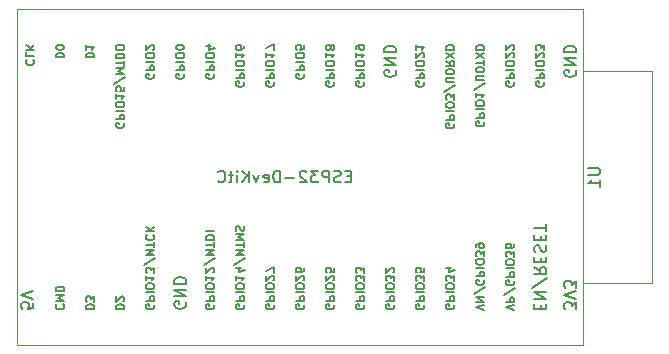
<source format=gbr>
%TF.GenerationSoftware,KiCad,Pcbnew,(6.0.1)*%
%TF.CreationDate,2023-01-12T08:56:13+01:00*%
%TF.ProjectId,MacroPad,4d616372-6f50-4616-942e-6b696361645f,rev?*%
%TF.SameCoordinates,Original*%
%TF.FileFunction,Legend,Bot*%
%TF.FilePolarity,Positive*%
%FSLAX46Y46*%
G04 Gerber Fmt 4.6, Leading zero omitted, Abs format (unit mm)*
G04 Created by KiCad (PCBNEW (6.0.1)) date 2023-01-12 08:56:13*
%MOMM*%
%LPD*%
G01*
G04 APERTURE LIST*
%ADD10C,0.150000*%
%ADD11C,0.120000*%
G04 APERTURE END LIST*
D10*
%TO.C,U1*%
X141455820Y-62238095D02*
X142265344Y-62238095D01*
X142360582Y-62285714D01*
X142408201Y-62333333D01*
X142455820Y-62428571D01*
X142455820Y-62619047D01*
X142408201Y-62714285D01*
X142360582Y-62761904D01*
X142265344Y-62809523D01*
X141455820Y-62809523D01*
X142455820Y-63809523D02*
X142455820Y-63238095D01*
X142455820Y-63523809D02*
X141455820Y-63523809D01*
X141598678Y-63428571D01*
X141693916Y-63333333D01*
X141741535Y-63238095D01*
X121368678Y-62928571D02*
X121035344Y-62928571D01*
X120892487Y-63452380D02*
X121368678Y-63452380D01*
X121368678Y-62452380D01*
X120892487Y-62452380D01*
X120511535Y-63404761D02*
X120368678Y-63452380D01*
X120130582Y-63452380D01*
X120035344Y-63404761D01*
X119987725Y-63357142D01*
X119940106Y-63261904D01*
X119940106Y-63166666D01*
X119987725Y-63071428D01*
X120035344Y-63023809D01*
X120130582Y-62976190D01*
X120321059Y-62928571D01*
X120416297Y-62880952D01*
X120463916Y-62833333D01*
X120511535Y-62738095D01*
X120511535Y-62642857D01*
X120463916Y-62547619D01*
X120416297Y-62500000D01*
X120321059Y-62452380D01*
X120082963Y-62452380D01*
X119940106Y-62500000D01*
X119511535Y-63452380D02*
X119511535Y-62452380D01*
X119130582Y-62452380D01*
X119035344Y-62500000D01*
X118987725Y-62547619D01*
X118940106Y-62642857D01*
X118940106Y-62785714D01*
X118987725Y-62880952D01*
X119035344Y-62928571D01*
X119130582Y-62976190D01*
X119511535Y-62976190D01*
X118606773Y-62452380D02*
X117987725Y-62452380D01*
X118321059Y-62833333D01*
X118178201Y-62833333D01*
X118082963Y-62880952D01*
X118035344Y-62928571D01*
X117987725Y-63023809D01*
X117987725Y-63261904D01*
X118035344Y-63357142D01*
X118082963Y-63404761D01*
X118178201Y-63452380D01*
X118463916Y-63452380D01*
X118559154Y-63404761D01*
X118606773Y-63357142D01*
X117606773Y-62547619D02*
X117559154Y-62500000D01*
X117463916Y-62452380D01*
X117225820Y-62452380D01*
X117130582Y-62500000D01*
X117082963Y-62547619D01*
X117035344Y-62642857D01*
X117035344Y-62738095D01*
X117082963Y-62880952D01*
X117654392Y-63452380D01*
X117035344Y-63452380D01*
X116606773Y-63071428D02*
X115844868Y-63071428D01*
X115368678Y-63452380D02*
X115368678Y-62452380D01*
X115130582Y-62452380D01*
X114987725Y-62500000D01*
X114892487Y-62595238D01*
X114844868Y-62690476D01*
X114797249Y-62880952D01*
X114797249Y-63023809D01*
X114844868Y-63214285D01*
X114892487Y-63309523D01*
X114987725Y-63404761D01*
X115130582Y-63452380D01*
X115368678Y-63452380D01*
X113987725Y-63404761D02*
X114082963Y-63452380D01*
X114273440Y-63452380D01*
X114368678Y-63404761D01*
X114416297Y-63309523D01*
X114416297Y-62928571D01*
X114368678Y-62833333D01*
X114273440Y-62785714D01*
X114082963Y-62785714D01*
X113987725Y-62833333D01*
X113940106Y-62928571D01*
X113940106Y-63023809D01*
X114416297Y-63119047D01*
X113606773Y-62785714D02*
X113368678Y-63452380D01*
X113130582Y-62785714D01*
X112749630Y-63452380D02*
X112749630Y-62452380D01*
X112178201Y-63452380D02*
X112606773Y-62880952D01*
X112178201Y-62452380D02*
X112749630Y-63023809D01*
X111749630Y-63452380D02*
X111749630Y-62785714D01*
X111749630Y-62452380D02*
X111797249Y-62500000D01*
X111749630Y-62547619D01*
X111702011Y-62500000D01*
X111749630Y-62452380D01*
X111749630Y-62547619D01*
X111416297Y-62785714D02*
X111035344Y-62785714D01*
X111273440Y-62452380D02*
X111273440Y-63309523D01*
X111225820Y-63404761D01*
X111130582Y-63452380D01*
X111035344Y-63452380D01*
X110130582Y-63357142D02*
X110178201Y-63404761D01*
X110321059Y-63452380D01*
X110416297Y-63452380D01*
X110559154Y-63404761D01*
X110654392Y-63309523D01*
X110702011Y-63214285D01*
X110749630Y-63023809D01*
X110749630Y-62880952D01*
X110702011Y-62690476D01*
X110654392Y-62595238D01*
X110559154Y-62500000D01*
X110416297Y-62452380D01*
X110321059Y-62452380D01*
X110178201Y-62500000D01*
X110130582Y-62547619D01*
X135173440Y-54934166D02*
X135206773Y-55000833D01*
X135206773Y-55100833D01*
X135173440Y-55200833D01*
X135106773Y-55267500D01*
X135040106Y-55300833D01*
X134906773Y-55334166D01*
X134806773Y-55334166D01*
X134673440Y-55300833D01*
X134606773Y-55267500D01*
X134540106Y-55200833D01*
X134506773Y-55100833D01*
X134506773Y-55034166D01*
X134540106Y-54934166D01*
X134573440Y-54900833D01*
X134806773Y-54900833D01*
X134806773Y-55034166D01*
X134506773Y-54600833D02*
X135206773Y-54600833D01*
X135206773Y-54334166D01*
X135173440Y-54267500D01*
X135140106Y-54234166D01*
X135073440Y-54200833D01*
X134973440Y-54200833D01*
X134906773Y-54234166D01*
X134873440Y-54267500D01*
X134840106Y-54334166D01*
X134840106Y-54600833D01*
X134506773Y-53900833D02*
X135206773Y-53900833D01*
X135206773Y-53434166D02*
X135206773Y-53300833D01*
X135173440Y-53234166D01*
X135106773Y-53167500D01*
X134973440Y-53134166D01*
X134740106Y-53134166D01*
X134606773Y-53167500D01*
X134540106Y-53234166D01*
X134506773Y-53300833D01*
X134506773Y-53434166D01*
X134540106Y-53500833D01*
X134606773Y-53567500D01*
X134740106Y-53600833D01*
X134973440Y-53600833D01*
X135106773Y-53567500D01*
X135173440Y-53500833D01*
X135206773Y-53434166D01*
X135140106Y-52867500D02*
X135173440Y-52834166D01*
X135206773Y-52767500D01*
X135206773Y-52600833D01*
X135173440Y-52534166D01*
X135140106Y-52500833D01*
X135073440Y-52467500D01*
X135006773Y-52467500D01*
X134906773Y-52500833D01*
X134506773Y-52900833D01*
X134506773Y-52467500D01*
X135140106Y-52200833D02*
X135173440Y-52167500D01*
X135206773Y-52100833D01*
X135206773Y-51934166D01*
X135173440Y-51867500D01*
X135140106Y-51834166D01*
X135073440Y-51800833D01*
X135006773Y-51800833D01*
X134906773Y-51834166D01*
X134506773Y-52234166D01*
X134506773Y-51800833D01*
X137437588Y-74196894D02*
X137437588Y-73863560D01*
X136913779Y-73720703D02*
X136913779Y-74196894D01*
X137913779Y-74196894D01*
X137913779Y-73720703D01*
X136913779Y-73292132D02*
X137913779Y-73292132D01*
X136913779Y-72720703D01*
X137913779Y-72720703D01*
X137961398Y-71530227D02*
X136675683Y-72387370D01*
X136913779Y-70625465D02*
X137389969Y-70958799D01*
X136913779Y-71196894D02*
X137913779Y-71196894D01*
X137913779Y-70815941D01*
X137866160Y-70720703D01*
X137818540Y-70673084D01*
X137723302Y-70625465D01*
X137580445Y-70625465D01*
X137485207Y-70673084D01*
X137437588Y-70720703D01*
X137389969Y-70815941D01*
X137389969Y-71196894D01*
X137437588Y-70196894D02*
X137437588Y-69863560D01*
X136913779Y-69720703D02*
X136913779Y-70196894D01*
X137913779Y-70196894D01*
X137913779Y-69720703D01*
X136961398Y-69339751D02*
X136913779Y-69196894D01*
X136913779Y-68958799D01*
X136961398Y-68863560D01*
X137009017Y-68815941D01*
X137104255Y-68768322D01*
X137199493Y-68768322D01*
X137294731Y-68815941D01*
X137342350Y-68863560D01*
X137389969Y-68958799D01*
X137437588Y-69149275D01*
X137485207Y-69244513D01*
X137532826Y-69292132D01*
X137628064Y-69339751D01*
X137723302Y-69339751D01*
X137818540Y-69292132D01*
X137866160Y-69244513D01*
X137913779Y-69149275D01*
X137913779Y-68911180D01*
X137866160Y-68768322D01*
X137437588Y-68339751D02*
X137437588Y-68006418D01*
X136913779Y-67863560D02*
X136913779Y-68339751D01*
X137913779Y-68339751D01*
X137913779Y-67863560D01*
X137913779Y-67577846D02*
X137913779Y-67006418D01*
X136913779Y-67292132D02*
X137913779Y-67292132D01*
X132633440Y-58300833D02*
X132666773Y-58367500D01*
X132666773Y-58467500D01*
X132633440Y-58567500D01*
X132566773Y-58634166D01*
X132500106Y-58667500D01*
X132366773Y-58700833D01*
X132266773Y-58700833D01*
X132133440Y-58667500D01*
X132066773Y-58634166D01*
X132000106Y-58567500D01*
X131966773Y-58467500D01*
X131966773Y-58400833D01*
X132000106Y-58300833D01*
X132033440Y-58267500D01*
X132266773Y-58267500D01*
X132266773Y-58400833D01*
X131966773Y-57967500D02*
X132666773Y-57967500D01*
X132666773Y-57700833D01*
X132633440Y-57634166D01*
X132600106Y-57600833D01*
X132533440Y-57567500D01*
X132433440Y-57567500D01*
X132366773Y-57600833D01*
X132333440Y-57634166D01*
X132300106Y-57700833D01*
X132300106Y-57967500D01*
X131966773Y-57267500D02*
X132666773Y-57267500D01*
X132666773Y-56800833D02*
X132666773Y-56667500D01*
X132633440Y-56600833D01*
X132566773Y-56534166D01*
X132433440Y-56500833D01*
X132200106Y-56500833D01*
X132066773Y-56534166D01*
X132000106Y-56600833D01*
X131966773Y-56667500D01*
X131966773Y-56800833D01*
X132000106Y-56867500D01*
X132066773Y-56934166D01*
X132200106Y-56967500D01*
X132433440Y-56967500D01*
X132566773Y-56934166D01*
X132633440Y-56867500D01*
X132666773Y-56800833D01*
X131966773Y-55834166D02*
X131966773Y-56234166D01*
X131966773Y-56034166D02*
X132666773Y-56034166D01*
X132566773Y-56100833D01*
X132500106Y-56167500D01*
X132466773Y-56234166D01*
X132700106Y-55034166D02*
X131800106Y-55634166D01*
X132666773Y-54800833D02*
X132100106Y-54800833D01*
X132033440Y-54767500D01*
X132000106Y-54734166D01*
X131966773Y-54667500D01*
X131966773Y-54534166D01*
X132000106Y-54467500D01*
X132033440Y-54434166D01*
X132100106Y-54400833D01*
X132666773Y-54400833D01*
X132666773Y-53934166D02*
X132666773Y-53867500D01*
X132633440Y-53800833D01*
X132600106Y-53767500D01*
X132533440Y-53734166D01*
X132400106Y-53700833D01*
X132233440Y-53700833D01*
X132100106Y-53734166D01*
X132033440Y-53767500D01*
X132000106Y-53800833D01*
X131966773Y-53867500D01*
X131966773Y-53934166D01*
X132000106Y-54000833D01*
X132033440Y-54034166D01*
X132100106Y-54067500D01*
X132233440Y-54100833D01*
X132400106Y-54100833D01*
X132533440Y-54067500D01*
X132600106Y-54034166D01*
X132633440Y-54000833D01*
X132666773Y-53934166D01*
X132666773Y-53500833D02*
X132666773Y-53100833D01*
X131966773Y-53300833D02*
X132666773Y-53300833D01*
X132666773Y-52934166D02*
X131966773Y-52467500D01*
X132666773Y-52467500D02*
X131966773Y-52934166D01*
X131966773Y-52200833D02*
X132666773Y-52200833D01*
X132666773Y-52034166D01*
X132633440Y-51934166D01*
X132566773Y-51867500D01*
X132500106Y-51834166D01*
X132366773Y-51800833D01*
X132266773Y-51800833D01*
X132133440Y-51834166D01*
X132066773Y-51867500D01*
X132000106Y-51934166D01*
X131966773Y-52034166D01*
X131966773Y-52200833D01*
X117393440Y-54267500D02*
X117426773Y-54334166D01*
X117426773Y-54434166D01*
X117393440Y-54534166D01*
X117326773Y-54600833D01*
X117260106Y-54634166D01*
X117126773Y-54667500D01*
X117026773Y-54667500D01*
X116893440Y-54634166D01*
X116826773Y-54600833D01*
X116760106Y-54534166D01*
X116726773Y-54434166D01*
X116726773Y-54367500D01*
X116760106Y-54267500D01*
X116793440Y-54234166D01*
X117026773Y-54234166D01*
X117026773Y-54367500D01*
X116726773Y-53934166D02*
X117426773Y-53934166D01*
X117426773Y-53667500D01*
X117393440Y-53600833D01*
X117360106Y-53567500D01*
X117293440Y-53534166D01*
X117193440Y-53534166D01*
X117126773Y-53567500D01*
X117093440Y-53600833D01*
X117060106Y-53667500D01*
X117060106Y-53934166D01*
X116726773Y-53234166D02*
X117426773Y-53234166D01*
X117426773Y-52767500D02*
X117426773Y-52634166D01*
X117393440Y-52567500D01*
X117326773Y-52500833D01*
X117193440Y-52467500D01*
X116960106Y-52467500D01*
X116826773Y-52500833D01*
X116760106Y-52567500D01*
X116726773Y-52634166D01*
X116726773Y-52767500D01*
X116760106Y-52834166D01*
X116826773Y-52900833D01*
X116960106Y-52934166D01*
X117193440Y-52934166D01*
X117326773Y-52900833D01*
X117393440Y-52834166D01*
X117426773Y-52767500D01*
X117426773Y-51834166D02*
X117426773Y-52167500D01*
X117093440Y-52200833D01*
X117126773Y-52167500D01*
X117160106Y-52100833D01*
X117160106Y-51934166D01*
X117126773Y-51867500D01*
X117093440Y-51834166D01*
X117026773Y-51800833D01*
X116860106Y-51800833D01*
X116793440Y-51834166D01*
X116760106Y-51867500D01*
X116726773Y-51934166D01*
X116726773Y-52100833D01*
X116760106Y-52167500D01*
X116793440Y-52200833D01*
X127553440Y-54934166D02*
X127586773Y-55000833D01*
X127586773Y-55100833D01*
X127553440Y-55200833D01*
X127486773Y-55267500D01*
X127420106Y-55300833D01*
X127286773Y-55334166D01*
X127186773Y-55334166D01*
X127053440Y-55300833D01*
X126986773Y-55267500D01*
X126920106Y-55200833D01*
X126886773Y-55100833D01*
X126886773Y-55034166D01*
X126920106Y-54934166D01*
X126953440Y-54900833D01*
X127186773Y-54900833D01*
X127186773Y-55034166D01*
X126886773Y-54600833D02*
X127586773Y-54600833D01*
X127586773Y-54334166D01*
X127553440Y-54267500D01*
X127520106Y-54234166D01*
X127453440Y-54200833D01*
X127353440Y-54200833D01*
X127286773Y-54234166D01*
X127253440Y-54267500D01*
X127220106Y-54334166D01*
X127220106Y-54600833D01*
X126886773Y-53900833D02*
X127586773Y-53900833D01*
X127586773Y-53434166D02*
X127586773Y-53300833D01*
X127553440Y-53234166D01*
X127486773Y-53167500D01*
X127353440Y-53134166D01*
X127120106Y-53134166D01*
X126986773Y-53167500D01*
X126920106Y-53234166D01*
X126886773Y-53300833D01*
X126886773Y-53434166D01*
X126920106Y-53500833D01*
X126986773Y-53567500D01*
X127120106Y-53600833D01*
X127353440Y-53600833D01*
X127486773Y-53567500D01*
X127553440Y-53500833D01*
X127586773Y-53434166D01*
X127520106Y-52867500D02*
X127553440Y-52834166D01*
X127586773Y-52767500D01*
X127586773Y-52600833D01*
X127553440Y-52534166D01*
X127520106Y-52500833D01*
X127453440Y-52467500D01*
X127386773Y-52467500D01*
X127286773Y-52500833D01*
X126886773Y-52900833D01*
X126886773Y-52467500D01*
X126886773Y-51800833D02*
X126886773Y-52200833D01*
X126886773Y-52000833D02*
X127586773Y-52000833D01*
X127486773Y-52067500D01*
X127420106Y-52134166D01*
X127386773Y-52200833D01*
X102153440Y-58434166D02*
X102186773Y-58500833D01*
X102186773Y-58600833D01*
X102153440Y-58700833D01*
X102086773Y-58767500D01*
X102020106Y-58800833D01*
X101886773Y-58834166D01*
X101786773Y-58834166D01*
X101653440Y-58800833D01*
X101586773Y-58767500D01*
X101520106Y-58700833D01*
X101486773Y-58600833D01*
X101486773Y-58534166D01*
X101520106Y-58434166D01*
X101553440Y-58400833D01*
X101786773Y-58400833D01*
X101786773Y-58534166D01*
X101486773Y-58100833D02*
X102186773Y-58100833D01*
X102186773Y-57834166D01*
X102153440Y-57767500D01*
X102120106Y-57734166D01*
X102053440Y-57700833D01*
X101953440Y-57700833D01*
X101886773Y-57734166D01*
X101853440Y-57767500D01*
X101820106Y-57834166D01*
X101820106Y-58100833D01*
X101486773Y-57400833D02*
X102186773Y-57400833D01*
X102186773Y-56934166D02*
X102186773Y-56800833D01*
X102153440Y-56734166D01*
X102086773Y-56667500D01*
X101953440Y-56634166D01*
X101720106Y-56634166D01*
X101586773Y-56667500D01*
X101520106Y-56734166D01*
X101486773Y-56800833D01*
X101486773Y-56934166D01*
X101520106Y-57000833D01*
X101586773Y-57067500D01*
X101720106Y-57100833D01*
X101953440Y-57100833D01*
X102086773Y-57067500D01*
X102153440Y-57000833D01*
X102186773Y-56934166D01*
X101486773Y-55967500D02*
X101486773Y-56367500D01*
X101486773Y-56167500D02*
X102186773Y-56167500D01*
X102086773Y-56234166D01*
X102020106Y-56300833D01*
X101986773Y-56367500D01*
X102186773Y-55334166D02*
X102186773Y-55667500D01*
X101853440Y-55700833D01*
X101886773Y-55667500D01*
X101920106Y-55600833D01*
X101920106Y-55434166D01*
X101886773Y-55367500D01*
X101853440Y-55334166D01*
X101786773Y-55300833D01*
X101620106Y-55300833D01*
X101553440Y-55334166D01*
X101520106Y-55367500D01*
X101486773Y-55434166D01*
X101486773Y-55600833D01*
X101520106Y-55667500D01*
X101553440Y-55700833D01*
X102220106Y-54500833D02*
X101320106Y-55100833D01*
X101486773Y-54267500D02*
X102186773Y-54267500D01*
X101686773Y-54034166D01*
X102186773Y-53800833D01*
X101486773Y-53800833D01*
X102186773Y-53567500D02*
X102186773Y-53167500D01*
X101486773Y-53367500D02*
X102186773Y-53367500D01*
X101486773Y-52934166D02*
X102186773Y-52934166D01*
X102186773Y-52767500D01*
X102153440Y-52667500D01*
X102086773Y-52600833D01*
X102020106Y-52567500D01*
X101886773Y-52534166D01*
X101786773Y-52534166D01*
X101653440Y-52567500D01*
X101586773Y-52600833D01*
X101520106Y-52667500D01*
X101486773Y-52767500D01*
X101486773Y-52934166D01*
X102186773Y-52100833D02*
X102186773Y-51967500D01*
X102153440Y-51900833D01*
X102086773Y-51834166D01*
X101953440Y-51800833D01*
X101720106Y-51800833D01*
X101586773Y-51834166D01*
X101520106Y-51900833D01*
X101486773Y-51967500D01*
X101486773Y-52100833D01*
X101520106Y-52167500D01*
X101586773Y-52234166D01*
X101720106Y-52267500D01*
X101953440Y-52267500D01*
X102086773Y-52234166D01*
X102153440Y-52167500D01*
X102186773Y-52100833D01*
X107233440Y-54267500D02*
X107266773Y-54334166D01*
X107266773Y-54434166D01*
X107233440Y-54534166D01*
X107166773Y-54600833D01*
X107100106Y-54634166D01*
X106966773Y-54667500D01*
X106866773Y-54667500D01*
X106733440Y-54634166D01*
X106666773Y-54600833D01*
X106600106Y-54534166D01*
X106566773Y-54434166D01*
X106566773Y-54367500D01*
X106600106Y-54267500D01*
X106633440Y-54234166D01*
X106866773Y-54234166D01*
X106866773Y-54367500D01*
X106566773Y-53934166D02*
X107266773Y-53934166D01*
X107266773Y-53667500D01*
X107233440Y-53600833D01*
X107200106Y-53567500D01*
X107133440Y-53534166D01*
X107033440Y-53534166D01*
X106966773Y-53567500D01*
X106933440Y-53600833D01*
X106900106Y-53667500D01*
X106900106Y-53934166D01*
X106566773Y-53234166D02*
X107266773Y-53234166D01*
X107266773Y-52767500D02*
X107266773Y-52634166D01*
X107233440Y-52567500D01*
X107166773Y-52500833D01*
X107033440Y-52467500D01*
X106800106Y-52467500D01*
X106666773Y-52500833D01*
X106600106Y-52567500D01*
X106566773Y-52634166D01*
X106566773Y-52767500D01*
X106600106Y-52834166D01*
X106666773Y-52900833D01*
X106800106Y-52934166D01*
X107033440Y-52934166D01*
X107166773Y-52900833D01*
X107233440Y-52834166D01*
X107266773Y-52767500D01*
X107266773Y-52034166D02*
X107266773Y-51967500D01*
X107233440Y-51900833D01*
X107200106Y-51867500D01*
X107133440Y-51834166D01*
X107000106Y-51800833D01*
X106833440Y-51800833D01*
X106700106Y-51834166D01*
X106633440Y-51867500D01*
X106600106Y-51900833D01*
X106566773Y-51967500D01*
X106566773Y-52034166D01*
X106600106Y-52100833D01*
X106633440Y-52134166D01*
X106700106Y-52167500D01*
X106833440Y-52200833D01*
X107000106Y-52200833D01*
X107133440Y-52167500D01*
X107200106Y-52134166D01*
X107233440Y-52100833D01*
X107266773Y-52034166D01*
X125163440Y-53953214D02*
X125211059Y-54048452D01*
X125211059Y-54191309D01*
X125163440Y-54334166D01*
X125068201Y-54429404D01*
X124972963Y-54477023D01*
X124782487Y-54524642D01*
X124639630Y-54524642D01*
X124449154Y-54477023D01*
X124353916Y-54429404D01*
X124258678Y-54334166D01*
X124211059Y-54191309D01*
X124211059Y-54096071D01*
X124258678Y-53953214D01*
X124306297Y-53905595D01*
X124639630Y-53905595D01*
X124639630Y-54096071D01*
X124211059Y-53477023D02*
X125211059Y-53477023D01*
X124211059Y-52905595D01*
X125211059Y-52905595D01*
X124211059Y-52429404D02*
X125211059Y-52429404D01*
X125211059Y-52191309D01*
X125163440Y-52048452D01*
X125068201Y-51953214D01*
X124972963Y-51905595D01*
X124782487Y-51857976D01*
X124639630Y-51857976D01*
X124449154Y-51905595D01*
X124353916Y-51953214D01*
X124258678Y-52048452D01*
X124211059Y-52191309D01*
X124211059Y-52429404D01*
X119933440Y-73799166D02*
X119966773Y-73865833D01*
X119966773Y-73965833D01*
X119933440Y-74065833D01*
X119866773Y-74132500D01*
X119800106Y-74165833D01*
X119666773Y-74199166D01*
X119566773Y-74199166D01*
X119433440Y-74165833D01*
X119366773Y-74132500D01*
X119300106Y-74065833D01*
X119266773Y-73965833D01*
X119266773Y-73899166D01*
X119300106Y-73799166D01*
X119333440Y-73765833D01*
X119566773Y-73765833D01*
X119566773Y-73899166D01*
X119266773Y-73465833D02*
X119966773Y-73465833D01*
X119966773Y-73199166D01*
X119933440Y-73132500D01*
X119900106Y-73099166D01*
X119833440Y-73065833D01*
X119733440Y-73065833D01*
X119666773Y-73099166D01*
X119633440Y-73132500D01*
X119600106Y-73199166D01*
X119600106Y-73465833D01*
X119266773Y-72765833D02*
X119966773Y-72765833D01*
X119966773Y-72299166D02*
X119966773Y-72165833D01*
X119933440Y-72099166D01*
X119866773Y-72032500D01*
X119733440Y-71999166D01*
X119500106Y-71999166D01*
X119366773Y-72032500D01*
X119300106Y-72099166D01*
X119266773Y-72165833D01*
X119266773Y-72299166D01*
X119300106Y-72365833D01*
X119366773Y-72432500D01*
X119500106Y-72465833D01*
X119733440Y-72465833D01*
X119866773Y-72432500D01*
X119933440Y-72365833D01*
X119966773Y-72299166D01*
X119900106Y-71732500D02*
X119933440Y-71699166D01*
X119966773Y-71632500D01*
X119966773Y-71465833D01*
X119933440Y-71399166D01*
X119900106Y-71365833D01*
X119833440Y-71332500D01*
X119766773Y-71332500D01*
X119666773Y-71365833D01*
X119266773Y-71765833D01*
X119266773Y-71332500D01*
X119966773Y-70699166D02*
X119966773Y-71032500D01*
X119633440Y-71065833D01*
X119666773Y-71032500D01*
X119700106Y-70965833D01*
X119700106Y-70799166D01*
X119666773Y-70732500D01*
X119633440Y-70699166D01*
X119566773Y-70665833D01*
X119400106Y-70665833D01*
X119333440Y-70699166D01*
X119300106Y-70732500D01*
X119266773Y-70799166D01*
X119266773Y-70965833D01*
X119300106Y-71032500D01*
X119333440Y-71065833D01*
X130093440Y-58467500D02*
X130126773Y-58534166D01*
X130126773Y-58634166D01*
X130093440Y-58734166D01*
X130026773Y-58800833D01*
X129960106Y-58834166D01*
X129826773Y-58867500D01*
X129726773Y-58867500D01*
X129593440Y-58834166D01*
X129526773Y-58800833D01*
X129460106Y-58734166D01*
X129426773Y-58634166D01*
X129426773Y-58567500D01*
X129460106Y-58467500D01*
X129493440Y-58434166D01*
X129726773Y-58434166D01*
X129726773Y-58567500D01*
X129426773Y-58134166D02*
X130126773Y-58134166D01*
X130126773Y-57867500D01*
X130093440Y-57800833D01*
X130060106Y-57767500D01*
X129993440Y-57734166D01*
X129893440Y-57734166D01*
X129826773Y-57767500D01*
X129793440Y-57800833D01*
X129760106Y-57867500D01*
X129760106Y-58134166D01*
X129426773Y-57434166D02*
X130126773Y-57434166D01*
X130126773Y-56967500D02*
X130126773Y-56834166D01*
X130093440Y-56767500D01*
X130026773Y-56700833D01*
X129893440Y-56667500D01*
X129660106Y-56667500D01*
X129526773Y-56700833D01*
X129460106Y-56767500D01*
X129426773Y-56834166D01*
X129426773Y-56967500D01*
X129460106Y-57034166D01*
X129526773Y-57100833D01*
X129660106Y-57134166D01*
X129893440Y-57134166D01*
X130026773Y-57100833D01*
X130093440Y-57034166D01*
X130126773Y-56967500D01*
X130126773Y-56434166D02*
X130126773Y-56000833D01*
X129860106Y-56234166D01*
X129860106Y-56134166D01*
X129826773Y-56067500D01*
X129793440Y-56034166D01*
X129726773Y-56000833D01*
X129560106Y-56000833D01*
X129493440Y-56034166D01*
X129460106Y-56067500D01*
X129426773Y-56134166D01*
X129426773Y-56334166D01*
X129460106Y-56400833D01*
X129493440Y-56434166D01*
X130160106Y-55200833D02*
X129260106Y-55800833D01*
X130126773Y-54967500D02*
X129560106Y-54967500D01*
X129493440Y-54934166D01*
X129460106Y-54900833D01*
X129426773Y-54834166D01*
X129426773Y-54700833D01*
X129460106Y-54634166D01*
X129493440Y-54600833D01*
X129560106Y-54567500D01*
X130126773Y-54567500D01*
X130126773Y-54100833D02*
X130126773Y-54034166D01*
X130093440Y-53967500D01*
X130060106Y-53934166D01*
X129993440Y-53900833D01*
X129860106Y-53867500D01*
X129693440Y-53867500D01*
X129560106Y-53900833D01*
X129493440Y-53934166D01*
X129460106Y-53967500D01*
X129426773Y-54034166D01*
X129426773Y-54100833D01*
X129460106Y-54167500D01*
X129493440Y-54200833D01*
X129560106Y-54234166D01*
X129693440Y-54267500D01*
X129860106Y-54267500D01*
X129993440Y-54234166D01*
X130060106Y-54200833D01*
X130093440Y-54167500D01*
X130126773Y-54100833D01*
X129426773Y-53167500D02*
X129760106Y-53400833D01*
X129426773Y-53567500D02*
X130126773Y-53567500D01*
X130126773Y-53300833D01*
X130093440Y-53234166D01*
X130060106Y-53200833D01*
X129993440Y-53167500D01*
X129893440Y-53167500D01*
X129826773Y-53200833D01*
X129793440Y-53234166D01*
X129760106Y-53300833D01*
X129760106Y-53567500D01*
X130126773Y-52934166D02*
X129426773Y-52467500D01*
X130126773Y-52467500D02*
X129426773Y-52934166D01*
X129426773Y-52200833D02*
X130126773Y-52200833D01*
X130126773Y-52034166D01*
X130093440Y-51934166D01*
X130026773Y-51867500D01*
X129960106Y-51834166D01*
X129826773Y-51800833D01*
X129726773Y-51800833D01*
X129593440Y-51834166D01*
X129526773Y-51867500D01*
X129460106Y-51934166D01*
X129426773Y-52034166D01*
X129426773Y-52200833D01*
X122473440Y-54934166D02*
X122506773Y-55000833D01*
X122506773Y-55100833D01*
X122473440Y-55200833D01*
X122406773Y-55267500D01*
X122340106Y-55300833D01*
X122206773Y-55334166D01*
X122106773Y-55334166D01*
X121973440Y-55300833D01*
X121906773Y-55267500D01*
X121840106Y-55200833D01*
X121806773Y-55100833D01*
X121806773Y-55034166D01*
X121840106Y-54934166D01*
X121873440Y-54900833D01*
X122106773Y-54900833D01*
X122106773Y-55034166D01*
X121806773Y-54600833D02*
X122506773Y-54600833D01*
X122506773Y-54334166D01*
X122473440Y-54267500D01*
X122440106Y-54234166D01*
X122373440Y-54200833D01*
X122273440Y-54200833D01*
X122206773Y-54234166D01*
X122173440Y-54267500D01*
X122140106Y-54334166D01*
X122140106Y-54600833D01*
X121806773Y-53900833D02*
X122506773Y-53900833D01*
X122506773Y-53434166D02*
X122506773Y-53300833D01*
X122473440Y-53234166D01*
X122406773Y-53167500D01*
X122273440Y-53134166D01*
X122040106Y-53134166D01*
X121906773Y-53167500D01*
X121840106Y-53234166D01*
X121806773Y-53300833D01*
X121806773Y-53434166D01*
X121840106Y-53500833D01*
X121906773Y-53567500D01*
X122040106Y-53600833D01*
X122273440Y-53600833D01*
X122406773Y-53567500D01*
X122473440Y-53500833D01*
X122506773Y-53434166D01*
X121806773Y-52467500D02*
X121806773Y-52867500D01*
X121806773Y-52667500D02*
X122506773Y-52667500D01*
X122406773Y-52734166D01*
X122340106Y-52800833D01*
X122306773Y-52867500D01*
X121806773Y-52134166D02*
X121806773Y-52000833D01*
X121840106Y-51934166D01*
X121873440Y-51900833D01*
X121973440Y-51834166D01*
X122106773Y-51800833D01*
X122373440Y-51800833D01*
X122440106Y-51834166D01*
X122473440Y-51867500D01*
X122506773Y-51934166D01*
X122506773Y-52067500D01*
X122473440Y-52134166D01*
X122440106Y-52167500D01*
X122373440Y-52200833D01*
X122206773Y-52200833D01*
X122140106Y-52167500D01*
X122106773Y-52134166D01*
X122073440Y-52067500D01*
X122073440Y-51934166D01*
X122106773Y-51867500D01*
X122140106Y-51834166D01*
X122206773Y-51800833D01*
X109773440Y-73799166D02*
X109806773Y-73865833D01*
X109806773Y-73965833D01*
X109773440Y-74065833D01*
X109706773Y-74132500D01*
X109640106Y-74165833D01*
X109506773Y-74199166D01*
X109406773Y-74199166D01*
X109273440Y-74165833D01*
X109206773Y-74132500D01*
X109140106Y-74065833D01*
X109106773Y-73965833D01*
X109106773Y-73899166D01*
X109140106Y-73799166D01*
X109173440Y-73765833D01*
X109406773Y-73765833D01*
X109406773Y-73899166D01*
X109106773Y-73465833D02*
X109806773Y-73465833D01*
X109806773Y-73199166D01*
X109773440Y-73132500D01*
X109740106Y-73099166D01*
X109673440Y-73065833D01*
X109573440Y-73065833D01*
X109506773Y-73099166D01*
X109473440Y-73132500D01*
X109440106Y-73199166D01*
X109440106Y-73465833D01*
X109106773Y-72765833D02*
X109806773Y-72765833D01*
X109806773Y-72299166D02*
X109806773Y-72165833D01*
X109773440Y-72099166D01*
X109706773Y-72032500D01*
X109573440Y-71999166D01*
X109340106Y-71999166D01*
X109206773Y-72032500D01*
X109140106Y-72099166D01*
X109106773Y-72165833D01*
X109106773Y-72299166D01*
X109140106Y-72365833D01*
X109206773Y-72432500D01*
X109340106Y-72465833D01*
X109573440Y-72465833D01*
X109706773Y-72432500D01*
X109773440Y-72365833D01*
X109806773Y-72299166D01*
X109106773Y-71332500D02*
X109106773Y-71732500D01*
X109106773Y-71532500D02*
X109806773Y-71532500D01*
X109706773Y-71599166D01*
X109640106Y-71665833D01*
X109606773Y-71732500D01*
X109740106Y-71065833D02*
X109773440Y-71032500D01*
X109806773Y-70965833D01*
X109806773Y-70799166D01*
X109773440Y-70732500D01*
X109740106Y-70699166D01*
X109673440Y-70665833D01*
X109606773Y-70665833D01*
X109506773Y-70699166D01*
X109106773Y-71099166D01*
X109106773Y-70665833D01*
X109840106Y-69865833D02*
X108940106Y-70465833D01*
X109106773Y-69632500D02*
X109806773Y-69632500D01*
X109306773Y-69399166D01*
X109806773Y-69165833D01*
X109106773Y-69165833D01*
X109806773Y-68932500D02*
X109806773Y-68532500D01*
X109106773Y-68732500D02*
X109806773Y-68732500D01*
X109106773Y-68299166D02*
X109806773Y-68299166D01*
X109806773Y-68132500D01*
X109773440Y-68032500D01*
X109706773Y-67965833D01*
X109640106Y-67932500D01*
X109506773Y-67899166D01*
X109406773Y-67899166D01*
X109273440Y-67932500D01*
X109206773Y-67965833D01*
X109140106Y-68032500D01*
X109106773Y-68132500D01*
X109106773Y-68299166D01*
X109106773Y-67599166D02*
X109806773Y-67599166D01*
X135206773Y-74265833D02*
X134506773Y-74032500D01*
X135206773Y-73799166D01*
X134506773Y-73565833D02*
X135206773Y-73565833D01*
X135206773Y-73299166D01*
X135173440Y-73232500D01*
X135140106Y-73199166D01*
X135073440Y-73165833D01*
X134973440Y-73165833D01*
X134906773Y-73199166D01*
X134873440Y-73232500D01*
X134840106Y-73299166D01*
X134840106Y-73565833D01*
X135240106Y-72365833D02*
X134340106Y-72965833D01*
X135173440Y-71765833D02*
X135206773Y-71832500D01*
X135206773Y-71932500D01*
X135173440Y-72032500D01*
X135106773Y-72099166D01*
X135040106Y-72132500D01*
X134906773Y-72165833D01*
X134806773Y-72165833D01*
X134673440Y-72132500D01*
X134606773Y-72099166D01*
X134540106Y-72032500D01*
X134506773Y-71932500D01*
X134506773Y-71865833D01*
X134540106Y-71765833D01*
X134573440Y-71732500D01*
X134806773Y-71732500D01*
X134806773Y-71865833D01*
X134506773Y-71432500D02*
X135206773Y-71432500D01*
X135206773Y-71165833D01*
X135173440Y-71099166D01*
X135140106Y-71065833D01*
X135073440Y-71032500D01*
X134973440Y-71032500D01*
X134906773Y-71065833D01*
X134873440Y-71099166D01*
X134840106Y-71165833D01*
X134840106Y-71432500D01*
X134506773Y-70732500D02*
X135206773Y-70732500D01*
X135206773Y-70265833D02*
X135206773Y-70132500D01*
X135173440Y-70065833D01*
X135106773Y-69999166D01*
X134973440Y-69965833D01*
X134740106Y-69965833D01*
X134606773Y-69999166D01*
X134540106Y-70065833D01*
X134506773Y-70132500D01*
X134506773Y-70265833D01*
X134540106Y-70332500D01*
X134606773Y-70399166D01*
X134740106Y-70432500D01*
X134973440Y-70432500D01*
X135106773Y-70399166D01*
X135173440Y-70332500D01*
X135206773Y-70265833D01*
X135206773Y-69732500D02*
X135206773Y-69299166D01*
X134940106Y-69532500D01*
X134940106Y-69432500D01*
X134906773Y-69365833D01*
X134873440Y-69332500D01*
X134806773Y-69299166D01*
X134640106Y-69299166D01*
X134573440Y-69332500D01*
X134540106Y-69365833D01*
X134506773Y-69432500D01*
X134506773Y-69632500D01*
X134540106Y-69699166D01*
X134573440Y-69732500D01*
X135206773Y-68699166D02*
X135206773Y-68832500D01*
X135173440Y-68899166D01*
X135140106Y-68932500D01*
X135040106Y-68999166D01*
X134906773Y-69032500D01*
X134640106Y-69032500D01*
X134573440Y-68999166D01*
X134540106Y-68965833D01*
X134506773Y-68899166D01*
X134506773Y-68765833D01*
X134540106Y-68699166D01*
X134573440Y-68665833D01*
X134640106Y-68632500D01*
X134806773Y-68632500D01*
X134873440Y-68665833D01*
X134906773Y-68699166D01*
X134940106Y-68765833D01*
X134940106Y-68899166D01*
X134906773Y-68965833D01*
X134873440Y-68999166D01*
X134806773Y-69032500D01*
X98946773Y-74165833D02*
X99646773Y-74165833D01*
X99646773Y-73999166D01*
X99613440Y-73899166D01*
X99546773Y-73832500D01*
X99480106Y-73799166D01*
X99346773Y-73765833D01*
X99246773Y-73765833D01*
X99113440Y-73799166D01*
X99046773Y-73832500D01*
X98980106Y-73899166D01*
X98946773Y-73999166D01*
X98946773Y-74165833D01*
X99646773Y-73532500D02*
X99646773Y-73099166D01*
X99380106Y-73332500D01*
X99380106Y-73232500D01*
X99346773Y-73165833D01*
X99313440Y-73132500D01*
X99246773Y-73099166D01*
X99080106Y-73099166D01*
X99013440Y-73132500D01*
X98980106Y-73165833D01*
X98946773Y-73232500D01*
X98946773Y-73432500D01*
X98980106Y-73499166D01*
X99013440Y-73532500D01*
X98946773Y-52867500D02*
X99646773Y-52867500D01*
X99646773Y-52700833D01*
X99613440Y-52600833D01*
X99546773Y-52534166D01*
X99480106Y-52500833D01*
X99346773Y-52467500D01*
X99246773Y-52467500D01*
X99113440Y-52500833D01*
X99046773Y-52534166D01*
X98980106Y-52600833D01*
X98946773Y-52700833D01*
X98946773Y-52867500D01*
X98946773Y-51800833D02*
X98946773Y-52200833D01*
X98946773Y-52000833D02*
X99646773Y-52000833D01*
X99546773Y-52067500D01*
X99480106Y-52134166D01*
X99446773Y-52200833D01*
X140451059Y-74189642D02*
X140451059Y-73570595D01*
X140070106Y-73903928D01*
X140070106Y-73761071D01*
X140022487Y-73665833D01*
X139974868Y-73618214D01*
X139879630Y-73570595D01*
X139641535Y-73570595D01*
X139546297Y-73618214D01*
X139498678Y-73665833D01*
X139451059Y-73761071D01*
X139451059Y-74046785D01*
X139498678Y-74142023D01*
X139546297Y-74189642D01*
X140451059Y-73284880D02*
X139451059Y-72951547D01*
X140451059Y-72618214D01*
X140451059Y-72380119D02*
X140451059Y-71761071D01*
X140070106Y-72094404D01*
X140070106Y-71951547D01*
X140022487Y-71856309D01*
X139974868Y-71808690D01*
X139879630Y-71761071D01*
X139641535Y-71761071D01*
X139546297Y-71808690D01*
X139498678Y-71856309D01*
X139451059Y-71951547D01*
X139451059Y-72237261D01*
X139498678Y-72332500D01*
X139546297Y-72380119D01*
X94479779Y-73621894D02*
X94479779Y-74098084D01*
X94003588Y-74145703D01*
X94051207Y-74098084D01*
X94098826Y-74002846D01*
X94098826Y-73764751D01*
X94051207Y-73669513D01*
X94003588Y-73621894D01*
X93908350Y-73574275D01*
X93670255Y-73574275D01*
X93575017Y-73621894D01*
X93527398Y-73669513D01*
X93479779Y-73764751D01*
X93479779Y-74002846D01*
X93527398Y-74098084D01*
X93575017Y-74145703D01*
X94479779Y-73288560D02*
X93479779Y-72955227D01*
X94479779Y-72621894D01*
X101486773Y-74165833D02*
X102186773Y-74165833D01*
X102186773Y-73999166D01*
X102153440Y-73899166D01*
X102086773Y-73832500D01*
X102020106Y-73799166D01*
X101886773Y-73765833D01*
X101786773Y-73765833D01*
X101653440Y-73799166D01*
X101586773Y-73832500D01*
X101520106Y-73899166D01*
X101486773Y-73999166D01*
X101486773Y-74165833D01*
X102120106Y-73499166D02*
X102153440Y-73465833D01*
X102186773Y-73399166D01*
X102186773Y-73232500D01*
X102153440Y-73165833D01*
X102120106Y-73132500D01*
X102053440Y-73099166D01*
X101986773Y-73099166D01*
X101886773Y-73132500D01*
X101486773Y-73532500D01*
X101486773Y-73099166D01*
X130093440Y-73799166D02*
X130126773Y-73865833D01*
X130126773Y-73965833D01*
X130093440Y-74065833D01*
X130026773Y-74132500D01*
X129960106Y-74165833D01*
X129826773Y-74199166D01*
X129726773Y-74199166D01*
X129593440Y-74165833D01*
X129526773Y-74132500D01*
X129460106Y-74065833D01*
X129426773Y-73965833D01*
X129426773Y-73899166D01*
X129460106Y-73799166D01*
X129493440Y-73765833D01*
X129726773Y-73765833D01*
X129726773Y-73899166D01*
X129426773Y-73465833D02*
X130126773Y-73465833D01*
X130126773Y-73199166D01*
X130093440Y-73132500D01*
X130060106Y-73099166D01*
X129993440Y-73065833D01*
X129893440Y-73065833D01*
X129826773Y-73099166D01*
X129793440Y-73132500D01*
X129760106Y-73199166D01*
X129760106Y-73465833D01*
X129426773Y-72765833D02*
X130126773Y-72765833D01*
X130126773Y-72299166D02*
X130126773Y-72165833D01*
X130093440Y-72099166D01*
X130026773Y-72032500D01*
X129893440Y-71999166D01*
X129660106Y-71999166D01*
X129526773Y-72032500D01*
X129460106Y-72099166D01*
X129426773Y-72165833D01*
X129426773Y-72299166D01*
X129460106Y-72365833D01*
X129526773Y-72432500D01*
X129660106Y-72465833D01*
X129893440Y-72465833D01*
X130026773Y-72432500D01*
X130093440Y-72365833D01*
X130126773Y-72299166D01*
X130126773Y-71765833D02*
X130126773Y-71332500D01*
X129860106Y-71565833D01*
X129860106Y-71465833D01*
X129826773Y-71399166D01*
X129793440Y-71365833D01*
X129726773Y-71332500D01*
X129560106Y-71332500D01*
X129493440Y-71365833D01*
X129460106Y-71399166D01*
X129426773Y-71465833D01*
X129426773Y-71665833D01*
X129460106Y-71732500D01*
X129493440Y-71765833D01*
X129893440Y-70732500D02*
X129426773Y-70732500D01*
X130160106Y-70899166D02*
X129660106Y-71065833D01*
X129660106Y-70632500D01*
X104693440Y-54267500D02*
X104726773Y-54334166D01*
X104726773Y-54434166D01*
X104693440Y-54534166D01*
X104626773Y-54600833D01*
X104560106Y-54634166D01*
X104426773Y-54667500D01*
X104326773Y-54667500D01*
X104193440Y-54634166D01*
X104126773Y-54600833D01*
X104060106Y-54534166D01*
X104026773Y-54434166D01*
X104026773Y-54367500D01*
X104060106Y-54267500D01*
X104093440Y-54234166D01*
X104326773Y-54234166D01*
X104326773Y-54367500D01*
X104026773Y-53934166D02*
X104726773Y-53934166D01*
X104726773Y-53667500D01*
X104693440Y-53600833D01*
X104660106Y-53567500D01*
X104593440Y-53534166D01*
X104493440Y-53534166D01*
X104426773Y-53567500D01*
X104393440Y-53600833D01*
X104360106Y-53667500D01*
X104360106Y-53934166D01*
X104026773Y-53234166D02*
X104726773Y-53234166D01*
X104726773Y-52767500D02*
X104726773Y-52634166D01*
X104693440Y-52567500D01*
X104626773Y-52500833D01*
X104493440Y-52467500D01*
X104260106Y-52467500D01*
X104126773Y-52500833D01*
X104060106Y-52567500D01*
X104026773Y-52634166D01*
X104026773Y-52767500D01*
X104060106Y-52834166D01*
X104126773Y-52900833D01*
X104260106Y-52934166D01*
X104493440Y-52934166D01*
X104626773Y-52900833D01*
X104693440Y-52834166D01*
X104726773Y-52767500D01*
X104660106Y-52200833D02*
X104693440Y-52167500D01*
X104726773Y-52100833D01*
X104726773Y-51934166D01*
X104693440Y-51867500D01*
X104660106Y-51834166D01*
X104593440Y-51800833D01*
X104526773Y-51800833D01*
X104426773Y-51834166D01*
X104026773Y-52234166D01*
X104026773Y-51800833D01*
X107383440Y-73570595D02*
X107431059Y-73665833D01*
X107431059Y-73808690D01*
X107383440Y-73951547D01*
X107288201Y-74046785D01*
X107192963Y-74094404D01*
X107002487Y-74142023D01*
X106859630Y-74142023D01*
X106669154Y-74094404D01*
X106573916Y-74046785D01*
X106478678Y-73951547D01*
X106431059Y-73808690D01*
X106431059Y-73713452D01*
X106478678Y-73570595D01*
X106526297Y-73522976D01*
X106859630Y-73522976D01*
X106859630Y-73713452D01*
X106431059Y-73094404D02*
X107431059Y-73094404D01*
X106431059Y-72522976D01*
X107431059Y-72522976D01*
X106431059Y-72046785D02*
X107431059Y-72046785D01*
X107431059Y-71808690D01*
X107383440Y-71665833D01*
X107288201Y-71570595D01*
X107192963Y-71522976D01*
X107002487Y-71475357D01*
X106859630Y-71475357D01*
X106669154Y-71522976D01*
X106573916Y-71570595D01*
X106478678Y-71665833D01*
X106431059Y-71808690D01*
X106431059Y-72046785D01*
X96473440Y-73765833D02*
X96440106Y-73799166D01*
X96406773Y-73899166D01*
X96406773Y-73965833D01*
X96440106Y-74065833D01*
X96506773Y-74132500D01*
X96573440Y-74165833D01*
X96706773Y-74199166D01*
X96806773Y-74199166D01*
X96940106Y-74165833D01*
X97006773Y-74132500D01*
X97073440Y-74065833D01*
X97106773Y-73965833D01*
X97106773Y-73899166D01*
X97073440Y-73799166D01*
X97040106Y-73765833D01*
X96406773Y-73465833D02*
X97106773Y-73465833D01*
X96606773Y-73232500D01*
X97106773Y-72999166D01*
X96406773Y-72999166D01*
X96406773Y-72665833D02*
X97106773Y-72665833D01*
X97106773Y-72499166D01*
X97073440Y-72399166D01*
X97006773Y-72332500D01*
X96940106Y-72299166D01*
X96806773Y-72265833D01*
X96706773Y-72265833D01*
X96573440Y-72299166D01*
X96506773Y-72332500D01*
X96440106Y-72399166D01*
X96406773Y-72499166D01*
X96406773Y-72665833D01*
X112313440Y-73799166D02*
X112346773Y-73865833D01*
X112346773Y-73965833D01*
X112313440Y-74065833D01*
X112246773Y-74132500D01*
X112180106Y-74165833D01*
X112046773Y-74199166D01*
X111946773Y-74199166D01*
X111813440Y-74165833D01*
X111746773Y-74132500D01*
X111680106Y-74065833D01*
X111646773Y-73965833D01*
X111646773Y-73899166D01*
X111680106Y-73799166D01*
X111713440Y-73765833D01*
X111946773Y-73765833D01*
X111946773Y-73899166D01*
X111646773Y-73465833D02*
X112346773Y-73465833D01*
X112346773Y-73199166D01*
X112313440Y-73132500D01*
X112280106Y-73099166D01*
X112213440Y-73065833D01*
X112113440Y-73065833D01*
X112046773Y-73099166D01*
X112013440Y-73132500D01*
X111980106Y-73199166D01*
X111980106Y-73465833D01*
X111646773Y-72765833D02*
X112346773Y-72765833D01*
X112346773Y-72299166D02*
X112346773Y-72165833D01*
X112313440Y-72099166D01*
X112246773Y-72032500D01*
X112113440Y-71999166D01*
X111880106Y-71999166D01*
X111746773Y-72032500D01*
X111680106Y-72099166D01*
X111646773Y-72165833D01*
X111646773Y-72299166D01*
X111680106Y-72365833D01*
X111746773Y-72432500D01*
X111880106Y-72465833D01*
X112113440Y-72465833D01*
X112246773Y-72432500D01*
X112313440Y-72365833D01*
X112346773Y-72299166D01*
X111646773Y-71332500D02*
X111646773Y-71732500D01*
X111646773Y-71532500D02*
X112346773Y-71532500D01*
X112246773Y-71599166D01*
X112180106Y-71665833D01*
X112146773Y-71732500D01*
X112113440Y-70732500D02*
X111646773Y-70732500D01*
X112380106Y-70899166D02*
X111880106Y-71065833D01*
X111880106Y-70632500D01*
X112380106Y-69865833D02*
X111480106Y-70465833D01*
X111646773Y-69632500D02*
X112346773Y-69632500D01*
X111846773Y-69399166D01*
X112346773Y-69165833D01*
X111646773Y-69165833D01*
X112346773Y-68932500D02*
X112346773Y-68532500D01*
X111646773Y-68732500D02*
X112346773Y-68732500D01*
X111646773Y-68299166D02*
X112346773Y-68299166D01*
X111846773Y-68065833D01*
X112346773Y-67832500D01*
X111646773Y-67832500D01*
X111680106Y-67532500D02*
X111646773Y-67432500D01*
X111646773Y-67265833D01*
X111680106Y-67199166D01*
X111713440Y-67165833D01*
X111780106Y-67132500D01*
X111846773Y-67132500D01*
X111913440Y-67165833D01*
X111946773Y-67199166D01*
X111980106Y-67265833D01*
X112013440Y-67399166D01*
X112046773Y-67465833D01*
X112080106Y-67499166D01*
X112146773Y-67532500D01*
X112213440Y-67532500D01*
X112280106Y-67499166D01*
X112313440Y-67465833D01*
X112346773Y-67399166D01*
X112346773Y-67232500D01*
X112313440Y-67132500D01*
X125013440Y-73799166D02*
X125046773Y-73865833D01*
X125046773Y-73965833D01*
X125013440Y-74065833D01*
X124946773Y-74132500D01*
X124880106Y-74165833D01*
X124746773Y-74199166D01*
X124646773Y-74199166D01*
X124513440Y-74165833D01*
X124446773Y-74132500D01*
X124380106Y-74065833D01*
X124346773Y-73965833D01*
X124346773Y-73899166D01*
X124380106Y-73799166D01*
X124413440Y-73765833D01*
X124646773Y-73765833D01*
X124646773Y-73899166D01*
X124346773Y-73465833D02*
X125046773Y-73465833D01*
X125046773Y-73199166D01*
X125013440Y-73132500D01*
X124980106Y-73099166D01*
X124913440Y-73065833D01*
X124813440Y-73065833D01*
X124746773Y-73099166D01*
X124713440Y-73132500D01*
X124680106Y-73199166D01*
X124680106Y-73465833D01*
X124346773Y-72765833D02*
X125046773Y-72765833D01*
X125046773Y-72299166D02*
X125046773Y-72165833D01*
X125013440Y-72099166D01*
X124946773Y-72032500D01*
X124813440Y-71999166D01*
X124580106Y-71999166D01*
X124446773Y-72032500D01*
X124380106Y-72099166D01*
X124346773Y-72165833D01*
X124346773Y-72299166D01*
X124380106Y-72365833D01*
X124446773Y-72432500D01*
X124580106Y-72465833D01*
X124813440Y-72465833D01*
X124946773Y-72432500D01*
X125013440Y-72365833D01*
X125046773Y-72299166D01*
X125046773Y-71765833D02*
X125046773Y-71332500D01*
X124780106Y-71565833D01*
X124780106Y-71465833D01*
X124746773Y-71399166D01*
X124713440Y-71365833D01*
X124646773Y-71332500D01*
X124480106Y-71332500D01*
X124413440Y-71365833D01*
X124380106Y-71399166D01*
X124346773Y-71465833D01*
X124346773Y-71665833D01*
X124380106Y-71732500D01*
X124413440Y-71765833D01*
X124980106Y-71065833D02*
X125013440Y-71032500D01*
X125046773Y-70965833D01*
X125046773Y-70799166D01*
X125013440Y-70732500D01*
X124980106Y-70699166D01*
X124913440Y-70665833D01*
X124846773Y-70665833D01*
X124746773Y-70699166D01*
X124346773Y-71099166D01*
X124346773Y-70665833D01*
X96406773Y-52867500D02*
X97106773Y-52867500D01*
X97106773Y-52700833D01*
X97073440Y-52600833D01*
X97006773Y-52534166D01*
X96940106Y-52500833D01*
X96806773Y-52467500D01*
X96706773Y-52467500D01*
X96573440Y-52500833D01*
X96506773Y-52534166D01*
X96440106Y-52600833D01*
X96406773Y-52700833D01*
X96406773Y-52867500D01*
X97106773Y-52034166D02*
X97106773Y-51967500D01*
X97073440Y-51900833D01*
X97040106Y-51867500D01*
X96973440Y-51834166D01*
X96840106Y-51800833D01*
X96673440Y-51800833D01*
X96540106Y-51834166D01*
X96473440Y-51867500D01*
X96440106Y-51900833D01*
X96406773Y-51967500D01*
X96406773Y-52034166D01*
X96440106Y-52100833D01*
X96473440Y-52134166D01*
X96540106Y-52167500D01*
X96673440Y-52200833D01*
X96840106Y-52200833D01*
X96973440Y-52167500D01*
X97040106Y-52134166D01*
X97073440Y-52100833D01*
X97106773Y-52034166D01*
X127553440Y-73799166D02*
X127586773Y-73865833D01*
X127586773Y-73965833D01*
X127553440Y-74065833D01*
X127486773Y-74132500D01*
X127420106Y-74165833D01*
X127286773Y-74199166D01*
X127186773Y-74199166D01*
X127053440Y-74165833D01*
X126986773Y-74132500D01*
X126920106Y-74065833D01*
X126886773Y-73965833D01*
X126886773Y-73899166D01*
X126920106Y-73799166D01*
X126953440Y-73765833D01*
X127186773Y-73765833D01*
X127186773Y-73899166D01*
X126886773Y-73465833D02*
X127586773Y-73465833D01*
X127586773Y-73199166D01*
X127553440Y-73132500D01*
X127520106Y-73099166D01*
X127453440Y-73065833D01*
X127353440Y-73065833D01*
X127286773Y-73099166D01*
X127253440Y-73132500D01*
X127220106Y-73199166D01*
X127220106Y-73465833D01*
X126886773Y-72765833D02*
X127586773Y-72765833D01*
X127586773Y-72299166D02*
X127586773Y-72165833D01*
X127553440Y-72099166D01*
X127486773Y-72032500D01*
X127353440Y-71999166D01*
X127120106Y-71999166D01*
X126986773Y-72032500D01*
X126920106Y-72099166D01*
X126886773Y-72165833D01*
X126886773Y-72299166D01*
X126920106Y-72365833D01*
X126986773Y-72432500D01*
X127120106Y-72465833D01*
X127353440Y-72465833D01*
X127486773Y-72432500D01*
X127553440Y-72365833D01*
X127586773Y-72299166D01*
X127586773Y-71765833D02*
X127586773Y-71332500D01*
X127320106Y-71565833D01*
X127320106Y-71465833D01*
X127286773Y-71399166D01*
X127253440Y-71365833D01*
X127186773Y-71332500D01*
X127020106Y-71332500D01*
X126953440Y-71365833D01*
X126920106Y-71399166D01*
X126886773Y-71465833D01*
X126886773Y-71665833D01*
X126920106Y-71732500D01*
X126953440Y-71765833D01*
X127586773Y-70699166D02*
X127586773Y-71032500D01*
X127253440Y-71065833D01*
X127286773Y-71032500D01*
X127320106Y-70965833D01*
X127320106Y-70799166D01*
X127286773Y-70732500D01*
X127253440Y-70699166D01*
X127186773Y-70665833D01*
X127020106Y-70665833D01*
X126953440Y-70699166D01*
X126920106Y-70732500D01*
X126886773Y-70799166D01*
X126886773Y-70965833D01*
X126920106Y-71032500D01*
X126953440Y-71065833D01*
X114853440Y-73799166D02*
X114886773Y-73865833D01*
X114886773Y-73965833D01*
X114853440Y-74065833D01*
X114786773Y-74132500D01*
X114720106Y-74165833D01*
X114586773Y-74199166D01*
X114486773Y-74199166D01*
X114353440Y-74165833D01*
X114286773Y-74132500D01*
X114220106Y-74065833D01*
X114186773Y-73965833D01*
X114186773Y-73899166D01*
X114220106Y-73799166D01*
X114253440Y-73765833D01*
X114486773Y-73765833D01*
X114486773Y-73899166D01*
X114186773Y-73465833D02*
X114886773Y-73465833D01*
X114886773Y-73199166D01*
X114853440Y-73132500D01*
X114820106Y-73099166D01*
X114753440Y-73065833D01*
X114653440Y-73065833D01*
X114586773Y-73099166D01*
X114553440Y-73132500D01*
X114520106Y-73199166D01*
X114520106Y-73465833D01*
X114186773Y-72765833D02*
X114886773Y-72765833D01*
X114886773Y-72299166D02*
X114886773Y-72165833D01*
X114853440Y-72099166D01*
X114786773Y-72032500D01*
X114653440Y-71999166D01*
X114420106Y-71999166D01*
X114286773Y-72032500D01*
X114220106Y-72099166D01*
X114186773Y-72165833D01*
X114186773Y-72299166D01*
X114220106Y-72365833D01*
X114286773Y-72432500D01*
X114420106Y-72465833D01*
X114653440Y-72465833D01*
X114786773Y-72432500D01*
X114853440Y-72365833D01*
X114886773Y-72299166D01*
X114820106Y-71732500D02*
X114853440Y-71699166D01*
X114886773Y-71632500D01*
X114886773Y-71465833D01*
X114853440Y-71399166D01*
X114820106Y-71365833D01*
X114753440Y-71332500D01*
X114686773Y-71332500D01*
X114586773Y-71365833D01*
X114186773Y-71765833D01*
X114186773Y-71332500D01*
X114886773Y-71099166D02*
X114886773Y-70632500D01*
X114186773Y-70932500D01*
X132666773Y-74265833D02*
X131966773Y-74032500D01*
X132666773Y-73799166D01*
X131966773Y-73565833D02*
X132666773Y-73565833D01*
X131966773Y-73165833D01*
X132666773Y-73165833D01*
X132700106Y-72332500D02*
X131800106Y-72932500D01*
X132633440Y-71732500D02*
X132666773Y-71799166D01*
X132666773Y-71899166D01*
X132633440Y-71999166D01*
X132566773Y-72065833D01*
X132500106Y-72099166D01*
X132366773Y-72132500D01*
X132266773Y-72132500D01*
X132133440Y-72099166D01*
X132066773Y-72065833D01*
X132000106Y-71999166D01*
X131966773Y-71899166D01*
X131966773Y-71832500D01*
X132000106Y-71732500D01*
X132033440Y-71699166D01*
X132266773Y-71699166D01*
X132266773Y-71832500D01*
X131966773Y-71399166D02*
X132666773Y-71399166D01*
X132666773Y-71132500D01*
X132633440Y-71065833D01*
X132600106Y-71032500D01*
X132533440Y-70999166D01*
X132433440Y-70999166D01*
X132366773Y-71032500D01*
X132333440Y-71065833D01*
X132300106Y-71132500D01*
X132300106Y-71399166D01*
X131966773Y-70699166D02*
X132666773Y-70699166D01*
X132666773Y-70232500D02*
X132666773Y-70099166D01*
X132633440Y-70032500D01*
X132566773Y-69965833D01*
X132433440Y-69932500D01*
X132200106Y-69932500D01*
X132066773Y-69965833D01*
X132000106Y-70032500D01*
X131966773Y-70099166D01*
X131966773Y-70232500D01*
X132000106Y-70299166D01*
X132066773Y-70365833D01*
X132200106Y-70399166D01*
X132433440Y-70399166D01*
X132566773Y-70365833D01*
X132633440Y-70299166D01*
X132666773Y-70232500D01*
X132666773Y-69699166D02*
X132666773Y-69265833D01*
X132400106Y-69499166D01*
X132400106Y-69399166D01*
X132366773Y-69332500D01*
X132333440Y-69299166D01*
X132266773Y-69265833D01*
X132100106Y-69265833D01*
X132033440Y-69299166D01*
X132000106Y-69332500D01*
X131966773Y-69399166D01*
X131966773Y-69599166D01*
X132000106Y-69665833D01*
X132033440Y-69699166D01*
X131966773Y-68932500D02*
X131966773Y-68799166D01*
X132000106Y-68732500D01*
X132033440Y-68699166D01*
X132133440Y-68632500D01*
X132266773Y-68599166D01*
X132533440Y-68599166D01*
X132600106Y-68632500D01*
X132633440Y-68665833D01*
X132666773Y-68732500D01*
X132666773Y-68865833D01*
X132633440Y-68932500D01*
X132600106Y-68965833D01*
X132533440Y-68999166D01*
X132366773Y-68999166D01*
X132300106Y-68965833D01*
X132266773Y-68932500D01*
X132233440Y-68865833D01*
X132233440Y-68732500D01*
X132266773Y-68665833D01*
X132300106Y-68632500D01*
X132366773Y-68599166D01*
X114853440Y-54934166D02*
X114886773Y-55000833D01*
X114886773Y-55100833D01*
X114853440Y-55200833D01*
X114786773Y-55267500D01*
X114720106Y-55300833D01*
X114586773Y-55334166D01*
X114486773Y-55334166D01*
X114353440Y-55300833D01*
X114286773Y-55267500D01*
X114220106Y-55200833D01*
X114186773Y-55100833D01*
X114186773Y-55034166D01*
X114220106Y-54934166D01*
X114253440Y-54900833D01*
X114486773Y-54900833D01*
X114486773Y-55034166D01*
X114186773Y-54600833D02*
X114886773Y-54600833D01*
X114886773Y-54334166D01*
X114853440Y-54267500D01*
X114820106Y-54234166D01*
X114753440Y-54200833D01*
X114653440Y-54200833D01*
X114586773Y-54234166D01*
X114553440Y-54267500D01*
X114520106Y-54334166D01*
X114520106Y-54600833D01*
X114186773Y-53900833D02*
X114886773Y-53900833D01*
X114886773Y-53434166D02*
X114886773Y-53300833D01*
X114853440Y-53234166D01*
X114786773Y-53167500D01*
X114653440Y-53134166D01*
X114420106Y-53134166D01*
X114286773Y-53167500D01*
X114220106Y-53234166D01*
X114186773Y-53300833D01*
X114186773Y-53434166D01*
X114220106Y-53500833D01*
X114286773Y-53567500D01*
X114420106Y-53600833D01*
X114653440Y-53600833D01*
X114786773Y-53567500D01*
X114853440Y-53500833D01*
X114886773Y-53434166D01*
X114186773Y-52467500D02*
X114186773Y-52867500D01*
X114186773Y-52667500D02*
X114886773Y-52667500D01*
X114786773Y-52734166D01*
X114720106Y-52800833D01*
X114686773Y-52867500D01*
X114886773Y-52234166D02*
X114886773Y-51767500D01*
X114186773Y-52067500D01*
X117393440Y-73799166D02*
X117426773Y-73865833D01*
X117426773Y-73965833D01*
X117393440Y-74065833D01*
X117326773Y-74132500D01*
X117260106Y-74165833D01*
X117126773Y-74199166D01*
X117026773Y-74199166D01*
X116893440Y-74165833D01*
X116826773Y-74132500D01*
X116760106Y-74065833D01*
X116726773Y-73965833D01*
X116726773Y-73899166D01*
X116760106Y-73799166D01*
X116793440Y-73765833D01*
X117026773Y-73765833D01*
X117026773Y-73899166D01*
X116726773Y-73465833D02*
X117426773Y-73465833D01*
X117426773Y-73199166D01*
X117393440Y-73132500D01*
X117360106Y-73099166D01*
X117293440Y-73065833D01*
X117193440Y-73065833D01*
X117126773Y-73099166D01*
X117093440Y-73132500D01*
X117060106Y-73199166D01*
X117060106Y-73465833D01*
X116726773Y-72765833D02*
X117426773Y-72765833D01*
X117426773Y-72299166D02*
X117426773Y-72165833D01*
X117393440Y-72099166D01*
X117326773Y-72032500D01*
X117193440Y-71999166D01*
X116960106Y-71999166D01*
X116826773Y-72032500D01*
X116760106Y-72099166D01*
X116726773Y-72165833D01*
X116726773Y-72299166D01*
X116760106Y-72365833D01*
X116826773Y-72432500D01*
X116960106Y-72465833D01*
X117193440Y-72465833D01*
X117326773Y-72432500D01*
X117393440Y-72365833D01*
X117426773Y-72299166D01*
X117360106Y-71732500D02*
X117393440Y-71699166D01*
X117426773Y-71632500D01*
X117426773Y-71465833D01*
X117393440Y-71399166D01*
X117360106Y-71365833D01*
X117293440Y-71332500D01*
X117226773Y-71332500D01*
X117126773Y-71365833D01*
X116726773Y-71765833D01*
X116726773Y-71332500D01*
X117426773Y-70732500D02*
X117426773Y-70865833D01*
X117393440Y-70932500D01*
X117360106Y-70965833D01*
X117260106Y-71032500D01*
X117126773Y-71065833D01*
X116860106Y-71065833D01*
X116793440Y-71032500D01*
X116760106Y-70999166D01*
X116726773Y-70932500D01*
X116726773Y-70799166D01*
X116760106Y-70732500D01*
X116793440Y-70699166D01*
X116860106Y-70665833D01*
X117026773Y-70665833D01*
X117093440Y-70699166D01*
X117126773Y-70732500D01*
X117160106Y-70799166D01*
X117160106Y-70932500D01*
X117126773Y-70999166D01*
X117093440Y-71032500D01*
X117026773Y-71065833D01*
X122473440Y-73799166D02*
X122506773Y-73865833D01*
X122506773Y-73965833D01*
X122473440Y-74065833D01*
X122406773Y-74132500D01*
X122340106Y-74165833D01*
X122206773Y-74199166D01*
X122106773Y-74199166D01*
X121973440Y-74165833D01*
X121906773Y-74132500D01*
X121840106Y-74065833D01*
X121806773Y-73965833D01*
X121806773Y-73899166D01*
X121840106Y-73799166D01*
X121873440Y-73765833D01*
X122106773Y-73765833D01*
X122106773Y-73899166D01*
X121806773Y-73465833D02*
X122506773Y-73465833D01*
X122506773Y-73199166D01*
X122473440Y-73132500D01*
X122440106Y-73099166D01*
X122373440Y-73065833D01*
X122273440Y-73065833D01*
X122206773Y-73099166D01*
X122173440Y-73132500D01*
X122140106Y-73199166D01*
X122140106Y-73465833D01*
X121806773Y-72765833D02*
X122506773Y-72765833D01*
X122506773Y-72299166D02*
X122506773Y-72165833D01*
X122473440Y-72099166D01*
X122406773Y-72032500D01*
X122273440Y-71999166D01*
X122040106Y-71999166D01*
X121906773Y-72032500D01*
X121840106Y-72099166D01*
X121806773Y-72165833D01*
X121806773Y-72299166D01*
X121840106Y-72365833D01*
X121906773Y-72432500D01*
X122040106Y-72465833D01*
X122273440Y-72465833D01*
X122406773Y-72432500D01*
X122473440Y-72365833D01*
X122506773Y-72299166D01*
X122506773Y-71765833D02*
X122506773Y-71332500D01*
X122240106Y-71565833D01*
X122240106Y-71465833D01*
X122206773Y-71399166D01*
X122173440Y-71365833D01*
X122106773Y-71332500D01*
X121940106Y-71332500D01*
X121873440Y-71365833D01*
X121840106Y-71399166D01*
X121806773Y-71465833D01*
X121806773Y-71665833D01*
X121840106Y-71732500D01*
X121873440Y-71765833D01*
X122506773Y-71099166D02*
X122506773Y-70665833D01*
X122240106Y-70899166D01*
X122240106Y-70799166D01*
X122206773Y-70732500D01*
X122173440Y-70699166D01*
X122106773Y-70665833D01*
X121940106Y-70665833D01*
X121873440Y-70699166D01*
X121840106Y-70732500D01*
X121806773Y-70799166D01*
X121806773Y-70999166D01*
X121840106Y-71065833D01*
X121873440Y-71099166D01*
X112313440Y-54934166D02*
X112346773Y-55000833D01*
X112346773Y-55100833D01*
X112313440Y-55200833D01*
X112246773Y-55267500D01*
X112180106Y-55300833D01*
X112046773Y-55334166D01*
X111946773Y-55334166D01*
X111813440Y-55300833D01*
X111746773Y-55267500D01*
X111680106Y-55200833D01*
X111646773Y-55100833D01*
X111646773Y-55034166D01*
X111680106Y-54934166D01*
X111713440Y-54900833D01*
X111946773Y-54900833D01*
X111946773Y-55034166D01*
X111646773Y-54600833D02*
X112346773Y-54600833D01*
X112346773Y-54334166D01*
X112313440Y-54267500D01*
X112280106Y-54234166D01*
X112213440Y-54200833D01*
X112113440Y-54200833D01*
X112046773Y-54234166D01*
X112013440Y-54267500D01*
X111980106Y-54334166D01*
X111980106Y-54600833D01*
X111646773Y-53900833D02*
X112346773Y-53900833D01*
X112346773Y-53434166D02*
X112346773Y-53300833D01*
X112313440Y-53234166D01*
X112246773Y-53167500D01*
X112113440Y-53134166D01*
X111880106Y-53134166D01*
X111746773Y-53167500D01*
X111680106Y-53234166D01*
X111646773Y-53300833D01*
X111646773Y-53434166D01*
X111680106Y-53500833D01*
X111746773Y-53567500D01*
X111880106Y-53600833D01*
X112113440Y-53600833D01*
X112246773Y-53567500D01*
X112313440Y-53500833D01*
X112346773Y-53434166D01*
X111646773Y-52467500D02*
X111646773Y-52867500D01*
X111646773Y-52667500D02*
X112346773Y-52667500D01*
X112246773Y-52734166D01*
X112180106Y-52800833D01*
X112146773Y-52867500D01*
X112346773Y-51867500D02*
X112346773Y-52000833D01*
X112313440Y-52067500D01*
X112280106Y-52100833D01*
X112180106Y-52167500D01*
X112046773Y-52200833D01*
X111780106Y-52200833D01*
X111713440Y-52167500D01*
X111680106Y-52134166D01*
X111646773Y-52067500D01*
X111646773Y-51934166D01*
X111680106Y-51867500D01*
X111713440Y-51834166D01*
X111780106Y-51800833D01*
X111946773Y-51800833D01*
X112013440Y-51834166D01*
X112046773Y-51867500D01*
X112080106Y-51934166D01*
X112080106Y-52067500D01*
X112046773Y-52134166D01*
X112013440Y-52167500D01*
X111946773Y-52200833D01*
X93933440Y-53067500D02*
X93900106Y-53100833D01*
X93866773Y-53200833D01*
X93866773Y-53267500D01*
X93900106Y-53367500D01*
X93966773Y-53434166D01*
X94033440Y-53467500D01*
X94166773Y-53500833D01*
X94266773Y-53500833D01*
X94400106Y-53467500D01*
X94466773Y-53434166D01*
X94533440Y-53367500D01*
X94566773Y-53267500D01*
X94566773Y-53200833D01*
X94533440Y-53100833D01*
X94500106Y-53067500D01*
X93866773Y-52434166D02*
X93866773Y-52767500D01*
X94566773Y-52767500D01*
X93866773Y-52200833D02*
X94566773Y-52200833D01*
X93866773Y-51800833D02*
X94266773Y-52100833D01*
X94566773Y-51800833D02*
X94166773Y-52200833D01*
X109773440Y-54267500D02*
X109806773Y-54334166D01*
X109806773Y-54434166D01*
X109773440Y-54534166D01*
X109706773Y-54600833D01*
X109640106Y-54634166D01*
X109506773Y-54667500D01*
X109406773Y-54667500D01*
X109273440Y-54634166D01*
X109206773Y-54600833D01*
X109140106Y-54534166D01*
X109106773Y-54434166D01*
X109106773Y-54367500D01*
X109140106Y-54267500D01*
X109173440Y-54234166D01*
X109406773Y-54234166D01*
X109406773Y-54367500D01*
X109106773Y-53934166D02*
X109806773Y-53934166D01*
X109806773Y-53667500D01*
X109773440Y-53600833D01*
X109740106Y-53567500D01*
X109673440Y-53534166D01*
X109573440Y-53534166D01*
X109506773Y-53567500D01*
X109473440Y-53600833D01*
X109440106Y-53667500D01*
X109440106Y-53934166D01*
X109106773Y-53234166D02*
X109806773Y-53234166D01*
X109806773Y-52767500D02*
X109806773Y-52634166D01*
X109773440Y-52567500D01*
X109706773Y-52500833D01*
X109573440Y-52467500D01*
X109340106Y-52467500D01*
X109206773Y-52500833D01*
X109140106Y-52567500D01*
X109106773Y-52634166D01*
X109106773Y-52767500D01*
X109140106Y-52834166D01*
X109206773Y-52900833D01*
X109340106Y-52934166D01*
X109573440Y-52934166D01*
X109706773Y-52900833D01*
X109773440Y-52834166D01*
X109806773Y-52767500D01*
X109573440Y-51867500D02*
X109106773Y-51867500D01*
X109840106Y-52034166D02*
X109340106Y-52200833D01*
X109340106Y-51767500D01*
X119933440Y-54934166D02*
X119966773Y-55000833D01*
X119966773Y-55100833D01*
X119933440Y-55200833D01*
X119866773Y-55267500D01*
X119800106Y-55300833D01*
X119666773Y-55334166D01*
X119566773Y-55334166D01*
X119433440Y-55300833D01*
X119366773Y-55267500D01*
X119300106Y-55200833D01*
X119266773Y-55100833D01*
X119266773Y-55034166D01*
X119300106Y-54934166D01*
X119333440Y-54900833D01*
X119566773Y-54900833D01*
X119566773Y-55034166D01*
X119266773Y-54600833D02*
X119966773Y-54600833D01*
X119966773Y-54334166D01*
X119933440Y-54267500D01*
X119900106Y-54234166D01*
X119833440Y-54200833D01*
X119733440Y-54200833D01*
X119666773Y-54234166D01*
X119633440Y-54267500D01*
X119600106Y-54334166D01*
X119600106Y-54600833D01*
X119266773Y-53900833D02*
X119966773Y-53900833D01*
X119966773Y-53434166D02*
X119966773Y-53300833D01*
X119933440Y-53234166D01*
X119866773Y-53167500D01*
X119733440Y-53134166D01*
X119500106Y-53134166D01*
X119366773Y-53167500D01*
X119300106Y-53234166D01*
X119266773Y-53300833D01*
X119266773Y-53434166D01*
X119300106Y-53500833D01*
X119366773Y-53567500D01*
X119500106Y-53600833D01*
X119733440Y-53600833D01*
X119866773Y-53567500D01*
X119933440Y-53500833D01*
X119966773Y-53434166D01*
X119266773Y-52467500D02*
X119266773Y-52867500D01*
X119266773Y-52667500D02*
X119966773Y-52667500D01*
X119866773Y-52734166D01*
X119800106Y-52800833D01*
X119766773Y-52867500D01*
X119666773Y-52067500D02*
X119700106Y-52134166D01*
X119733440Y-52167500D01*
X119800106Y-52200833D01*
X119833440Y-52200833D01*
X119900106Y-52167500D01*
X119933440Y-52134166D01*
X119966773Y-52067500D01*
X119966773Y-51934166D01*
X119933440Y-51867500D01*
X119900106Y-51834166D01*
X119833440Y-51800833D01*
X119800106Y-51800833D01*
X119733440Y-51834166D01*
X119700106Y-51867500D01*
X119666773Y-51934166D01*
X119666773Y-52067500D01*
X119633440Y-52134166D01*
X119600106Y-52167500D01*
X119533440Y-52200833D01*
X119400106Y-52200833D01*
X119333440Y-52167500D01*
X119300106Y-52134166D01*
X119266773Y-52067500D01*
X119266773Y-51934166D01*
X119300106Y-51867500D01*
X119333440Y-51834166D01*
X119400106Y-51800833D01*
X119533440Y-51800833D01*
X119600106Y-51834166D01*
X119633440Y-51867500D01*
X119666773Y-51934166D01*
X140403440Y-53953214D02*
X140451059Y-54048452D01*
X140451059Y-54191309D01*
X140403440Y-54334166D01*
X140308201Y-54429404D01*
X140212963Y-54477023D01*
X140022487Y-54524642D01*
X139879630Y-54524642D01*
X139689154Y-54477023D01*
X139593916Y-54429404D01*
X139498678Y-54334166D01*
X139451059Y-54191309D01*
X139451059Y-54096071D01*
X139498678Y-53953214D01*
X139546297Y-53905595D01*
X139879630Y-53905595D01*
X139879630Y-54096071D01*
X139451059Y-53477023D02*
X140451059Y-53477023D01*
X139451059Y-52905595D01*
X140451059Y-52905595D01*
X139451059Y-52429404D02*
X140451059Y-52429404D01*
X140451059Y-52191309D01*
X140403440Y-52048452D01*
X140308201Y-51953214D01*
X140212963Y-51905595D01*
X140022487Y-51857976D01*
X139879630Y-51857976D01*
X139689154Y-51905595D01*
X139593916Y-51953214D01*
X139498678Y-52048452D01*
X139451059Y-52191309D01*
X139451059Y-52429404D01*
X137713440Y-54934166D02*
X137746773Y-55000833D01*
X137746773Y-55100833D01*
X137713440Y-55200833D01*
X137646773Y-55267500D01*
X137580106Y-55300833D01*
X137446773Y-55334166D01*
X137346773Y-55334166D01*
X137213440Y-55300833D01*
X137146773Y-55267500D01*
X137080106Y-55200833D01*
X137046773Y-55100833D01*
X137046773Y-55034166D01*
X137080106Y-54934166D01*
X137113440Y-54900833D01*
X137346773Y-54900833D01*
X137346773Y-55034166D01*
X137046773Y-54600833D02*
X137746773Y-54600833D01*
X137746773Y-54334166D01*
X137713440Y-54267500D01*
X137680106Y-54234166D01*
X137613440Y-54200833D01*
X137513440Y-54200833D01*
X137446773Y-54234166D01*
X137413440Y-54267500D01*
X137380106Y-54334166D01*
X137380106Y-54600833D01*
X137046773Y-53900833D02*
X137746773Y-53900833D01*
X137746773Y-53434166D02*
X137746773Y-53300833D01*
X137713440Y-53234166D01*
X137646773Y-53167500D01*
X137513440Y-53134166D01*
X137280106Y-53134166D01*
X137146773Y-53167500D01*
X137080106Y-53234166D01*
X137046773Y-53300833D01*
X137046773Y-53434166D01*
X137080106Y-53500833D01*
X137146773Y-53567500D01*
X137280106Y-53600833D01*
X137513440Y-53600833D01*
X137646773Y-53567500D01*
X137713440Y-53500833D01*
X137746773Y-53434166D01*
X137680106Y-52867500D02*
X137713440Y-52834166D01*
X137746773Y-52767500D01*
X137746773Y-52600833D01*
X137713440Y-52534166D01*
X137680106Y-52500833D01*
X137613440Y-52467500D01*
X137546773Y-52467500D01*
X137446773Y-52500833D01*
X137046773Y-52900833D01*
X137046773Y-52467500D01*
X137746773Y-52234166D02*
X137746773Y-51800833D01*
X137480106Y-52034166D01*
X137480106Y-51934166D01*
X137446773Y-51867500D01*
X137413440Y-51834166D01*
X137346773Y-51800833D01*
X137180106Y-51800833D01*
X137113440Y-51834166D01*
X137080106Y-51867500D01*
X137046773Y-51934166D01*
X137046773Y-52134166D01*
X137080106Y-52200833D01*
X137113440Y-52234166D01*
X104693440Y-73799166D02*
X104726773Y-73865833D01*
X104726773Y-73965833D01*
X104693440Y-74065833D01*
X104626773Y-74132500D01*
X104560106Y-74165833D01*
X104426773Y-74199166D01*
X104326773Y-74199166D01*
X104193440Y-74165833D01*
X104126773Y-74132500D01*
X104060106Y-74065833D01*
X104026773Y-73965833D01*
X104026773Y-73899166D01*
X104060106Y-73799166D01*
X104093440Y-73765833D01*
X104326773Y-73765833D01*
X104326773Y-73899166D01*
X104026773Y-73465833D02*
X104726773Y-73465833D01*
X104726773Y-73199166D01*
X104693440Y-73132500D01*
X104660106Y-73099166D01*
X104593440Y-73065833D01*
X104493440Y-73065833D01*
X104426773Y-73099166D01*
X104393440Y-73132500D01*
X104360106Y-73199166D01*
X104360106Y-73465833D01*
X104026773Y-72765833D02*
X104726773Y-72765833D01*
X104726773Y-72299166D02*
X104726773Y-72165833D01*
X104693440Y-72099166D01*
X104626773Y-72032500D01*
X104493440Y-71999166D01*
X104260106Y-71999166D01*
X104126773Y-72032500D01*
X104060106Y-72099166D01*
X104026773Y-72165833D01*
X104026773Y-72299166D01*
X104060106Y-72365833D01*
X104126773Y-72432500D01*
X104260106Y-72465833D01*
X104493440Y-72465833D01*
X104626773Y-72432500D01*
X104693440Y-72365833D01*
X104726773Y-72299166D01*
X104026773Y-71332500D02*
X104026773Y-71732500D01*
X104026773Y-71532500D02*
X104726773Y-71532500D01*
X104626773Y-71599166D01*
X104560106Y-71665833D01*
X104526773Y-71732500D01*
X104726773Y-71099166D02*
X104726773Y-70665833D01*
X104460106Y-70899166D01*
X104460106Y-70799166D01*
X104426773Y-70732500D01*
X104393440Y-70699166D01*
X104326773Y-70665833D01*
X104160106Y-70665833D01*
X104093440Y-70699166D01*
X104060106Y-70732500D01*
X104026773Y-70799166D01*
X104026773Y-70999166D01*
X104060106Y-71065833D01*
X104093440Y-71099166D01*
X104760106Y-69865833D02*
X103860106Y-70465833D01*
X104026773Y-69632500D02*
X104726773Y-69632500D01*
X104226773Y-69399166D01*
X104726773Y-69165833D01*
X104026773Y-69165833D01*
X104726773Y-68932500D02*
X104726773Y-68532500D01*
X104026773Y-68732500D02*
X104726773Y-68732500D01*
X104093440Y-67899166D02*
X104060106Y-67932500D01*
X104026773Y-68032500D01*
X104026773Y-68099166D01*
X104060106Y-68199166D01*
X104126773Y-68265833D01*
X104193440Y-68299166D01*
X104326773Y-68332500D01*
X104426773Y-68332500D01*
X104560106Y-68299166D01*
X104626773Y-68265833D01*
X104693440Y-68199166D01*
X104726773Y-68099166D01*
X104726773Y-68032500D01*
X104693440Y-67932500D01*
X104660106Y-67899166D01*
X104026773Y-67599166D02*
X104726773Y-67599166D01*
X104026773Y-67199166D02*
X104426773Y-67499166D01*
X104726773Y-67199166D02*
X104326773Y-67599166D01*
D11*
X146916560Y-71969880D02*
X146916560Y-53986680D01*
X141003440Y-48800000D02*
X141003440Y-77199999D01*
X146916560Y-53986680D02*
X141023760Y-53986680D01*
X141023760Y-71969880D02*
X146916560Y-71969880D01*
X93083440Y-77200000D02*
X93083440Y-48800001D01*
X141003440Y-77199999D02*
X93083440Y-77200000D01*
X93083440Y-48800001D02*
X141003440Y-48800000D01*
%TD*%
M02*

</source>
